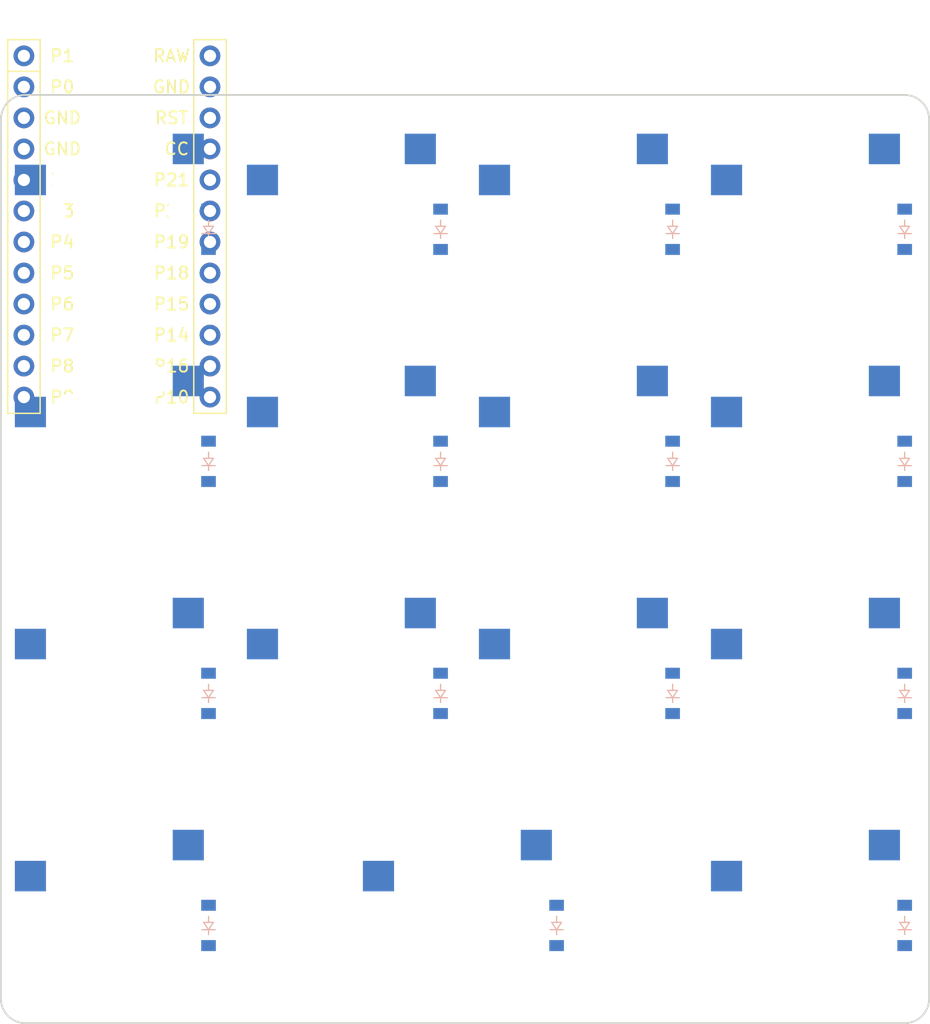
<source format=kicad_pcb>
(kicad_pcb (version 20240108) (generator "ergogen") (generator_version "4.1.0")
  (title_block (title "numpad") (date "2024-12-19") (rev "0.1") (company "jokkess"))
  (layers (0 "F.Cu" signal) (31 "B.Cu" signal) (34 "B.Paste" user) (35 "F.Paste" user) (36 "B.SilkS" user "B.Silkscreen") (37 "F.SilkS" user "F.Silkscreen") (38 "B.Mask" user) (39 "F.Mask" user) (44 "Edge.Cuts" user))
  (net 0 "")
  (net 1 "P1")
  (net 2 "left_bottom")
  (net 3 "GND")
  (net 4 "D1")
  (net 5 "D2")
  (net 6 "left_mid_bottom")
  (net 7 "left_mid_upper")
  (net 8 "left_upper")
  (net 9 "P2")
  (net 10 "mid_left_bottom")
  (net 11 "mid_left_mid_bottom")
  (net 12 "mid_left_mid_upper")
  (net 13 "mid_left_upper")
  (net 14 "P3")
  (net 15 "mid_right_mid_bottom")
  (net 16 "mid_right_mid_upper")
  (net 17 "mid_right_upper")
  (net 18 "P4")
  (net 19 "right_bottom")
  (net 20 "right_mid_bottom")
  (net 21 "right_mid_upper")
  (net 22 "right_upper")
  (net 23 "RAW")
  (net 24 "RST")
  (net 25 "VCC")
  (net 26 "P21")
  (net 27 "P20")
  (net 28 "P19")
  (net 29 "P18")
  (net 30 "P15")
  (net 31 "P14")
  (net 32 "P16")
  (net 33 "P10")
  (net 34 "P0")
  (net 35 "P5")
  (net 36 "P6")
  (net 37 "P7")
  (net 38 "P8")
  (net 39 "P9")
  (net 40 "P101")
  (net 41 "P102")
  (net 42 "P107")
  (net 43 "MCU1_24")
  (net 44 "MCU1_1")
  (net 45 "MCU1_23")
  (net 46 "MCU1_2")
  (net 47 "MCU1_22")
  (net 48 "MCU1_3")
  (net 49 "MCU1_21")
  (net 50 "MCU1_4")
  (net 51 "MCU1_20")
  (net 52 "MCU1_5")
  (net 53 "MCU1_19")
  (net 54 "MCU1_6")
  (net 55 "MCU1_18")
  (net 56 "MCU1_7")
  (net 57 "MCU1_17")
  (net 58 "MCU1_8")
  (net 59 "MCU1_16")
  (net 60 "MCU1_9")
  (net 61 "MCU1_15")
  (net 62 "MCU1_10")
  (net 63 "MCU1_14")
  (net 64 "MCU1_11")
  (net 65 "MCU1_13")
  (net 66 "MCU1_12")
  (footprint "ceoloide:switch_mx" (layer "B.Cu") (at 53 170 0)
    (property "Reference" "S1" hide)
    (pad "" np_thru_hole circle (at 0 0 0) (size 4.1 4.1) (drill 4.1) (layers "*.Cu" "*.Mask"))
    (pad "" np_thru_hole circle (at 5.08 0 0) (size 1.9 1.9) (drill 1.9) (layers "*.Cu" "*.Mask"))
    (pad "" np_thru_hole circle (at -5.08 0 0) (size 1.9 1.9) (drill 1.9) (layers "*.Cu" "*.Mask"))
    (pad "" np_thru_hole circle (at 2.54 -5.08 180) (size 3 3) (drill 3) (layers "F&B.Cu" "*.Mask"))
    (pad "" np_thru_hole circle (at -3.81 -2.54 180) (size 3 3) (drill 3) (layers "F&B.Cu" "*.Mask"))
    (pad "1" smd rect (at -7.085 -2.54 0) (size 2.55 2.5) (layers "B.Cu" "B.Paste" "B.Mask") (net 1 "P1"))
    (pad "2" smd rect (at 5.842 -5.08 0) (size 2.55 2.5) (layers "B.Cu" "B.Paste" "B.Mask") (net 2 "left_bottom"))
  )
  (footprint "ceoloide:switch_mx" (layer "B.Cu") (at 53 151 0)
    (property "Reference" "S2" hide)
    (pad "" np_thru_hole circle (at 0 0 0) (size 4.1 4.1) (drill 4.1) (layers "*.Cu" "*.Mask"))
    (pad "" np_thru_hole circle (at 5.08 0 0) (size 1.9 1.9) (drill 1.9) (layers "*.Cu" "*.Mask"))
    (pad "" np_thru_hole circle (at -5.08 0 0) (size 1.9 1.9) (drill 1.9) (layers "*.Cu" "*.Mask"))
    (pad "" np_thru_hole circle (at 2.54 -5.08 180) (size 3 3) (drill 3) (layers "F&B.Cu" "*.Mask"))
    (pad "" np_thru_hole circle (at -3.81 -2.54 180) (size 3 3) (drill 3) (layers "F&B.Cu" "*.Mask"))
    (pad "1" smd rect (at -7.085 -2.54 0) (size 2.55 2.5) (layers "B.Cu" "B.Paste" "B.Mask") (net 1 "P1"))
    (pad "2" smd rect (at 5.842 -5.08 0) (size 2.55 2.5) (layers "B.Cu" "B.Paste" "B.Mask") (net 6 "left_mid_bottom"))
  )
  (footprint "ceoloide:switch_mx" (layer "B.Cu") (at 53 132 0)
    (property "Reference" "S3" hide)
    (pad "" np_thru_hole circle (at 0 0 0) (size 4.1 4.1) (drill 4.1) (layers "*.Cu" "*.Mask"))
    (pad "" np_thru_hole circle (at 5.08 0 0) (size 1.9 1.9) (drill 1.9) (layers "*.Cu" "*.Mask"))
    (pad "" np_thru_hole circle (at -5.08 0 0) (size 1.9 1.9) (drill 1.9) (layers "*.Cu" "*.Mask"))
    (pad "" np_thru_hole circle (at 2.54 -5.08 180) (size 3 3) (drill 3) (layers "F&B.Cu" "*.Mask"))
    (pad "" np_thru_hole circle (at -3.81 -2.54 180) (size 3 3) (drill 3) (layers "F&B.Cu" "*.Mask"))
    (pad "1" smd rect (at -7.085 -2.54 0) (size 2.55 2.5) (layers "B.Cu" "B.Paste" "B.Mask") (net 1 "P1"))
    (pad "2" smd rect (at 5.842 -5.08 0) (size 2.55 2.5) (layers "B.Cu" "B.Paste" "B.Mask") (net 7 "left_mid_upper"))
  )
  (footprint "ceoloide:switch_mx" (layer "B.Cu") (at 53 113 0)
    (property "Reference" "S4" hide)
    (pad "" np_thru_hole circle (at 0 0 0) (size 4.1 4.1) (drill 4.1) (layers "*.Cu" "*.Mask"))
    (pad "" np_thru_hole circle (at 5.08 0 0) (size 1.9 1.9) (drill 1.9) (layers "*.Cu" "*.Mask"))
    (pad "" np_thru_hole circle (at -5.08 0 0) (size 1.9 1.9) (drill 1.9) (layers "*.Cu" "*.Mask"))
    (pad "" np_thru_hole circle (at 2.54 -5.08 180) (size 3 3) (drill 3) (layers "F&B.Cu" "*.Mask"))
    (pad "" np_thru_hole circle (at -3.81 -2.54 180) (size 3 3) (drill 3) (layers "F&B.Cu" "*.Mask"))
    (pad "1" smd rect (at -7.085 -2.54 0) (size 2.55 2.5) (layers "B.Cu" "B.Paste" "B.Mask") (net 1 "P1"))
    (pad "2" smd rect (at 5.842 -5.08 0) (size 2.55 2.5) (layers "B.Cu" "B.Paste" "B.Mask") (net 8 "left_upper"))
  )
  (footprint "ceoloide:switch_mx" (layer "B.Cu") (at 81.5 170 0)
    (property "Reference" "S5" hide)
    (pad "" np_thru_hole circle (at 0 0 0) (size 4.1 4.1) (drill 4.1) (layers "*.Cu" "*.Mask"))
    (pad "" np_thru_hole circle (at 5.08 0 0) (size 1.9 1.9) (drill 1.9) (layers "*.Cu" "*.Mask"))
    (pad "" np_thru_hole circle (at -5.08 0 0) (size 1.9 1.9) (drill 1.9) (layers "*.Cu" "*.Mask"))
    (pad "" np_thru_hole circle (at 2.54 -5.08 180) (size 3 3) (drill 3) (layers "F&B.Cu" "*.Mask"))
    (pad "" np_thru_hole circle (at -3.81 -2.54 180) (size 3 3) (drill 3) (layers "F&B.Cu" "*.Mask"))
    (pad "1" smd rect (at -7.085 -2.54 0) (size 2.55 2.5) (layers "B.Cu" "B.Paste" "B.Mask") (net 9 "P2"))
    (pad "2" smd rect (at 5.842 -5.08 0) (size 2.55 2.5) (layers "B.Cu" "B.Paste" "B.Mask") (net 10 "mid_left_bottom"))
  )
  (footprint "ceoloide:switch_mx" (layer "B.Cu") (at 72 151 0)
    (property "Reference" "S6" hide)
    (pad "" np_thru_hole circle (at 0 0 0) (size 4.1 4.1) (drill 4.1) (layers "*.Cu" "*.Mask"))
    (pad "" np_thru_hole circle (at 5.08 0 0) (size 1.9 1.9) (drill 1.9) (layers "*.Cu" "*.Mask"))
    (pad "" np_thru_hole circle (at -5.08 0 0) (size 1.9 1.9) (drill 1.9) (layers "*.Cu" "*.Mask"))
    (pad "" np_thru_hole circle (at 2.54 -5.08 180) (size 3 3) (drill 3) (layers "F&B.Cu" "*.Mask"))
    (pad "" np_thru_hole circle (at -3.81 -2.54 180) (size 3 3) (drill 3) (layers "F&B.Cu" "*.Mask"))
    (pad "1" smd rect (at -7.085 -2.54 0) (size 2.55 2.5) (layers "B.Cu" "B.Paste" "B.Mask") (net 9 "P2"))
    (pad "2" smd rect (at 5.842 -5.08 0) (size 2.55 2.5) (layers "B.Cu" "B.Paste" "B.Mask") (net 11 "mid_left_mid_bottom"))
  )
  (footprint "ceoloide:switch_mx" (layer "B.Cu") (at 72 132 0)
    (property "Reference" "S7" hide)
    (pad "" np_thru_hole circle (at 0 0 0) (size 4.1 4.1) (drill 4.1) (layers "*.Cu" "*.Mask"))
    (pad "" np_thru_hole circle (at 5.08 0 0) (size 1.9 1.9) (drill 1.9) (layers "*.Cu" "*.Mask"))
    (pad "" np_thru_hole circle (at -5.08 0 0) (size 1.9 1.9) (drill 1.9) (layers "*.Cu" "*.Mask"))
    (pad "" np_thru_hole circle (at 2.54 -5.08 180) (size 3 3) (drill 3) (layers "F&B.Cu" "*.Mask"))
    (pad "" np_thru_hole circle (at -3.81 -2.54 180) (size 3 3) (drill 3) (layers "F&B.Cu" "*.Mask"))
    (pad "1" smd rect (at -7.085 -2.54 0) (size 2.55 2.5) (layers "B.Cu" "B.Paste" "B.Mask") (net 9 "P2"))
    (pad "2" smd rect (at 5.842 -5.08 0) (size 2.55 2.5) (layers "B.Cu" "B.Paste" "B.Mask") (net 12 "mid_left_mid_upper"))
  )
  (footprint "ceoloide:switch_mx" (layer "B.Cu") (at 72 113 0)
    (property "Reference" "S8" hide)
    (pad "" np_thru_hole circle (at 0 0 0) (size 4.1 4.1) (drill 4.1) (layers "*.Cu" "*.Mask"))
    (pad "" np_thru_hole circle (at 5.08 0 0) (size 1.9 1.9) (drill 1.9) (layers "*.Cu" "*.Mask"))
    (pad "" np_thru_hole circle (at -5.08 0 0) (size 1.9 1.9) (drill 1.9) (layers "*.Cu" "*.Mask"))
    (pad "" np_thru_hole circle (at 2.54 -5.08 180) (size 3 3) (drill 3) (layers "F&B.Cu" "*.Mask"))
    (pad "" np_thru_hole circle (at -3.81 -2.54 180) (size 3 3) (drill 3) (layers "F&B.Cu" "*.Mask"))
    (pad "1" smd rect (at -7.085 -2.54 0) (size 2.55 2.5) (layers "B.Cu" "B.Paste" "B.Mask") (net 9 "P2"))
    (pad "2" smd rect (at 5.842 -5.08 0) (size 2.55 2.5) (layers "B.Cu" "B.Paste" "B.Mask") (net 13 "mid_left_upper"))
  )
  (footprint "ceoloide:switch_mx" (layer "B.Cu") (at 91 151 0)
    (property "Reference" "S9" hide)
    (pad "" np_thru_hole circle (at 0 0 0) (size 4.1 4.1) (drill 4.1) (layers "*.Cu" "*.Mask"))
    (pad "" np_thru_hole circle (at 5.08 0 0) (size 1.9 1.9) (drill 1.9) (layers "*.Cu" "*.Mask"))
    (pad "" np_thru_hole circle (at -5.08 0 0) (size 1.9 1.9) (drill 1.9) (layers "*.Cu" "*.Mask"))
    (pad "" np_thru_hole circle (at 2.54 -5.08 180) (size 3 3) (drill 3) (layers "F&B.Cu" "*.Mask"))
    (pad "" np_thru_hole circle (at -3.81 -2.54 180) (size 3 3) (drill 3) (layers "F&B.Cu" "*.Mask"))
    (pad "1" smd rect (at -7.085 -2.54 0) (size 2.55 2.5) (layers "B.Cu" "B.Paste" "B.Mask") (net 14 "P3"))
    (pad "2" smd rect (at 5.842 -5.08 0) (size 2.55 2.5) (layers "B.Cu" "B.Paste" "B.Mask") (net 15 "mid_right_mid_bottom"))
  )
  (footprint "ceoloide:switch_mx" (layer "B.Cu") (at 91 132 0)
    (property "Reference" "S10" hide)
    (pad "" np_thru_hole circle (at 0 0 0) (size 4.1 4.1) (drill 4.1) (layers "*.Cu" "*.Mask"))
    (pad "" np_thru_hole circle (at 5.08 0 0) (size 1.9 1.9) (drill 1.9) (layers "*.Cu" "*.Mask"))
    (pad "" np_thru_hole circle (at -5.08 0 0) (size 1.9 1.9) (drill 1.9) (layers "*.Cu" "*.Mask"))
    (pad "" np_thru_hole circle (at 2.54 -5.08 180) (size 3 3) (drill 3) (layers "F&B.Cu" "*.Mask"))
    (pad "" np_thru_hole circle (at -3.81 -2.54 180) (size 3 3) (drill 3) (layers "F&B.Cu" "*.Mask"))
    (pad "1" smd rect (at -7.085 -2.54 0) (size 2.55 2.5) (layers "B.Cu" "B.Paste" "B.Mask") (net 14 "P3"))
    (pad "2" smd rect (at 5.842 -5.08 0) (size 2.55 2.5) (layers "B.Cu" "B.Paste" "B.Mask") (net 16 "mid_right_mid_upper"))
  )
  (footprint "ceoloide:switch_mx" (layer "B.Cu") (at 91 113 0)
    (property "Reference" "S11" hide)
    (pad "" np_thru_hole circle (at 0 0 0) (size 4.1 4.1) (drill 4.1) (layers "*.Cu" "*.Mask"))
    (pad "" np_thru_hole circle (at 5.08 0 0) (size 1.9 1.9) (drill 1.9) (layers "*.Cu" "*.Mask"))
    (pad "" np_thru_hole circle (at -5.08 0 0) (size 1.9 1.9) (drill 1.9) (layers "*.Cu" "*.Mask"))
    (pad "" np_thru_hole circle (at 2.54 -5.08 180) (size 3 3) (drill 3) (layers "F&B.Cu" "*.Mask"))
    (pad "" np_thru_hole circle (at -3.81 -2.54 180) (size 3 3) (drill 3) (layers "F&B.Cu" "*.Mask"))
    (pad "1" smd rect (at -7.085 -2.54 0) (size 2.55 2.5) (layers "B.Cu" "B.Paste" "B.Mask") (net 14 "P3"))
    (pad "2" smd rect (at 5.842 -5.08 0) (size 2.55 2.5) (layers "B.Cu" "B.Paste" "B.Mask") (net 17 "mid_right_upper"))
  )
  (footprint "ceoloide:switch_mx" (layer "B.Cu") (at 110 170 0)
    (property "Reference" "S12" hide)
    (pad "" np_thru_hole circle (at 0 0 0) (size 4.1 4.1) (drill 4.1) (layers "*.Cu" "*.Mask"))
    (pad "" np_thru_hole circle (at 5.08 0 0) (size 1.9 1.9) (drill 1.9) (layers "*.Cu" "*.Mask"))
    (pad "" np_thru_hole circle (at -5.08 0 0) (size 1.9 1.9) (drill 1.9) (layers "*.Cu" "*.Mask"))
    (pad "" np_thru_hole circle (at 2.54 -5.08 180) (size 3 3) (drill 3) (layers "F&B.Cu" "*.Mask"))
    (pad "" np_thru_hole circle (at -3.81 -2.54 180) (size 3 3) (drill 3) (layers "F&B.Cu" "*.Mask"))
    (pad "1" smd rect (at -7.085 -2.54 0) (size 2.55 2.5) (layers "B.Cu" "B.Paste" "B.Mask") (net 18 "P4"))
    (pad "2" smd rect (at 5.842 -5.08 0) (size 2.55 2.5) (layers "B.Cu" "B.Paste" "B.Mask") (net 19 "right_bottom"))
  )
  (footprint "ceoloide:switch_mx" (layer "B.Cu") (at 110 151 0)
    (property "Reference" "S13" hide)
    (pad "" np_thru_hole circle (at 0 0 0) (size 4.1 4.1) (drill 4.1) (layers "*.Cu" "*.Mask"))
    (pad "" np_thru_hole circle (at 5.08 0 0) (size 1.9 1.9) (drill 1.9) (layers "*.Cu" "*.Mask"))
    (pad "" np_thru_hole circle (at -5.08 0 0) (size 1.9 1.9) (drill 1.9) (layers "*.Cu" "*.Mask"))
    (pad "" np_thru_hole circle (at 2.54 -5.08 180) (size 3 3) (drill 3) (layers "F&B.Cu" "*.Mask"))
    (pad "" np_thru_hole circle (at -3.81 -2.54 180) (size 3 3) (drill 3) (layers "F&B.Cu" "*.Mask"))
    (pad "1" smd rect (at -7.085 -2.54 0) (size 2.55 2.5) (layers "B.Cu" "B.Paste" "B.Mask") (net 18 "P4"))
    (pad "2" smd rect (at 5.842 -5.08 0) (size 2.55 2.5) (layers "B.Cu" "B.Paste" "B.Mask") (net 20 "right_mid_bottom"))
  )
  (footprint "ceoloide:switch_mx" (layer "B.Cu") (at 110 132 0)
    (property "Reference" "S14" hide)
    (pad "" np_thru_hole circle (at 0 0 0) (size 4.1 4.1) (drill 4.1) (layers "*.Cu" "*.Mask"))
    (pad "" np_thru_hole circle (at 5.08 0 0) (size 1.9 1.9) (drill 1.9) (layers "*.Cu" "*.Mask"))
    (pad "" np_thru_hole circle (at -5.08 0 0) (size 1.9 1.9) (drill 1.9) (layers "*.Cu" "*.Mask"))
    (pad "" np_thru_hole circle (at 2.54 -5.08 180) (size 3 3) (drill 3) (layers "F&B.Cu" "*.Mask"))
    (pad "" np_thru_hole circle (at -3.81 -2.54 180) (size 3 3) (drill 3) (layers "F&B.Cu" "*.Mask"))
    (pad "1" smd rect (at -7.085 -2.54 0) (size 2.55 2.5) (layers "B.Cu" "B.Paste" "B.Mask") (net 18 "P4"))
    (pad "2" smd rect (at 5.842 -5.08 0) (size 2.55 2.5) (layers "B.Cu" "B.Paste" "B.Mask") (net 21 "right_mid_upper"))
  )
  (footprint "ceoloide:switch_mx" (layer "B.Cu") (at 110 113 0)
    (property "Reference" "S15" hide)
    (pad "" np_thru_hole circle (at 0 0 0) (size 4.1 4.1) (drill 4.1) (layers "*.Cu" "*.Mask"))
    (pad "" np_thru_hole circle (at 5.08 0 0) (size 1.9 1.9) (drill 1.9) (layers "*.Cu" "*.Mask"))
    (pad "" np_thru_hole circle (at -5.08 0 0) (size 1.9 1.9) (drill 1.9) (layers "*.Cu" "*.Mask"))
    (pad "" np_thru_hole circle (at 2.54 -5.08 180) (size 3 3) (drill 3) (layers "F&B.Cu" "*.Mask"))
    (pad "" np_thru_hole circle (at -3.81 -2.54 180) (size 3 3) (drill 3) (layers "F&B.Cu" "*.Mask"))
    (pad "1" smd rect (at -7.085 -2.54 0) (size 2.55 2.5) (layers "B.Cu" "B.Paste" "B.Mask") (net 18 "P4"))
    (pad "2" smd rect (at 5.842 -5.08 0) (size 2.55 2.5) (layers "B.Cu" "B.Paste" "B.Mask") (net 22 "right_upper"))
  )
  (footprint "ceoloide:mcu_supermini_nrf52840" (layer "F.Cu") (at 53 113 0)
    (property "Reference" "MCU1" hide)
    (pad "24" thru_hole circle (at -7.62 -12.7 0) (size 1.7 1.7) (drill 1) (layers "*.Cu" "*.Mask") (net 1 "P1"))
    (pad "1" thru_hole circle (at 7.62 -12.7 0) (size 1.7 1.7) (drill 1) (layers "*.Cu" "*.Mask") (net 23 "RAW"))
    (fp_text user "P1" (at -4.47 -12.7 0) (layer "F.SilkS"))
    (fp_text user "RAW" (at 4.47 -12.7 0) (layer "F.SilkS"))
    (pad "23" thru_hole circle (at -7.62 -10.16 0) (size 1.7 1.7) (drill 1) (layers "*.Cu" "*.Mask") (net 34 "P0"))
    (pad "2" thru_hole circle (at 7.62 -10.16 0) (size 1.7 1.7) (drill 1) (layers "*.Cu" "*.Mask") (net 3 "GND"))
    (fp_text user "P0" (at -4.47 -10.16 0) (layer "F.SilkS"))
    (fp_text user "GND" (at 4.47 -10.16 0) (layer "F.SilkS"))
    (pad "22" thru_hole circle (at -7.62 -7.619999999999999 0) (size 1.7 1.7) (drill 1) (layers "*.Cu" "*.Mask") (net 3 "GND"))
    (pad "3" thru_hole circle (at 7.62 -7.619999999999999 0) (size 1.7 1.7) (drill 1) (layers "*.Cu" "*.Mask") (net 24 "RST"))
    (fp_text user "GND" (at -4.47 -7.619999999999999 0) (layer "F.SilkS"))
    (fp_text user "RST" (at 4.47 -7.619999999999999 0) (layer "F.SilkS"))
    (pad "21" thru_hole circle (at -7.62 -5.079999999999999 0) (size 1.7 1.7) (drill 1) (layers "*.Cu" "*.Mask") (net 3 "GND"))
    (pad "4" thru_hole circle (at 7.62 -5.079999999999999 0) (size 1.7 1.7) (drill 1) (layers "*.Cu" "*.Mask") (net 25 "VCC"))
    (fp_text user "GND" (at -4.47 -5.079999999999999 0) (layer "F.SilkS"))
    (fp_text user "VCC" (at 4.47 -5.079999999999999 0) (layer "F.SilkS"))
    (pad "20" thru_hole circle (at -7.62 -2.539999999999999 0) (size 1.7 1.7) (drill 1) (layers "*.Cu" "*.Mask") (net 9 "P2"))
    (pad "5" thru_hole circle (at 7.62 -2.539999999999999 0) (size 1.7 1.7) (drill 1) (layers "*.Cu" "*.Mask") (net 26 "P21"))
    (fp_text user "P2" (at -4.47 -2.539999999999999 0) (layer "F.SilkS"))
    (fp_text user "P21" (at 4.47 -2.539999999999999 0) (layer "F.SilkS"))
    (pad "19" thru_hole circle (at -7.62 0 0) (size 1.7 1.7) (drill 1) (layers "*.Cu" "*.Mask") (net 14 "P3"))
    (pad "6" thru_hole circle (at 7.62 0 0) (size 1.7 1.7) (drill 1) (layers "*.Cu" "*.Mask") (net 27 "P20"))
    (fp_text user "P3" (at -4.47 0 0) (layer "F.SilkS"))
    (fp_text user "P20" (at 4.47 0 0) (layer "F.SilkS"))
    (pad "18" thru_hole circle (at -7.62 2.540000000000001 0) (size 1.7 1.7) (drill 1) (layers "*.Cu" "*.Mask") (net 18 "P4"))
    (pad "7" thru_hole circle (at 7.62 2.540000000000001 0) (size 1.7 1.7) (drill 1) (layers "*.Cu" "*.Mask") (net 28 "P19"))
    (fp_text user "P4" (at -4.47 2.540000000000001 0) (layer "F.SilkS"))
    (fp_text user "P19" (at 4.47 2.540000000000001 0) (layer "F.SilkS"))
    (pad "17" thru_hole circle (at -7.62 5.080000000000002 0) (size 1.7 1.7) (drill 1) (layers "*.Cu" "*.Mask") (net 35 "P5"))
    (pad "8" thru_hole circle (at 7.62 5.080000000000002 0) (size 1.7 1.7) (drill 1) (layers "*.Cu" "*.Mask") (net 29 "P18"))
    (fp_text user "P5" (at -4.47 5.080000000000002 0) (layer "F.SilkS"))
    (fp_text user "P18" (at 4.47 5.080000000000002 0) (layer "F.SilkS"))
    (pad "16" thru_hole circle (at -7.62 7.620000000000001 0) (size 1.7 1.7) (drill 1) (layers "*.Cu" "*.Mask") (net 36 "P6"))
    (pad "9" thru_hole circle (at 7.62 7.620000000000001 0) (size 1.7 1.7) (drill 1) (layers "*.Cu" "*.Mask") (net 30 "P15"))
    (fp_text user "P6" (at -4.47 7.620000000000001 0) (layer "F.SilkS"))
    (fp_text user "P15" (at 4.47 7.620000000000001 0) (layer "F.SilkS"))
    (pad "15" thru_hole circle (at -7.62 10.16 0) (size 1.7 1.7) (drill 1) (layers "*.Cu" "*.Mask") (net 37 "P7"))
    (pad "10" thru_hole circle (at 7.62 10.16 0) (size 1.7 1.7) (drill 1) (layers "*.Cu" "*.Mask") (net 31 "P14"))
    (fp_text user "P7" (at -4.47 10.16 0) (layer "F.SilkS"))
    (fp_text user "P14" (at 4.47 10.16 0) (layer "F.SilkS"))
    (pad "14" thru_hole circle (at -7.62 12.7 0) (size 1.7 1.7) (drill 1) (layers "*.Cu" "*.Mask") (net 38 "P8"))
    (pad "11" thru_hole circle (at 7.62 12.7 0) (size 1.7 1.7) (drill 1) (layers "*.Cu" "*.Mask") (net 32 "P16"))
    (fp_text user "P8" (at -4.47 12.7 0) (layer "F.SilkS"))
    (fp_text user "P16" (at 4.47 12.7 0) (layer "F.SilkS"))
    (pad "13" thru_hole circle (at -7.62 15.240000000000002 0) (size 1.7 1.7) (drill 1) (layers "*.Cu" "*.Mask") (net 39 "P9"))
    (pad "12" thru_hole circle (at 7.62 15.240000000000002 0) (size 1.7 1.7) (drill 1) (layers "*.Cu" "*.Mask") (net 33 "P10"))
    (fp_text user "P9" (at -4.47 15.240000000000002 0) (layer "F.SilkS"))
    (fp_text user "P10" (at 4.47 15.240000000000002 0) (layer "F.SilkS"))
    (fp_line (start 6.29 -14.03) (end 8.95 -14.03) (layer "F.SilkS") (stroke (width 0.12)))
    (fp_line (start 6.29 -14.03) (end 6.29 16.57) (layer "F.SilkS") (stroke (width 0.12)))
    (fp_line (start 6.29 16.57) (end 8.95 16.57) (layer "F.SilkS") (stroke (width 0.12)))
    (fp_line (start -6.29 -14.03) (end -6.29 16.57) (layer "F.SilkS") (stroke (width 0.12)))
    (fp_line (start 8.95 -14.03) (end 8.95 16.57) (layer "F.SilkS") (stroke (width 0.12)))
    (fp_line (start -8.95 -14.03) (end -6.29 -14.03) (layer "F.SilkS") (stroke (width 0.12)))
    (fp_line (start -8.95 -14.03) (end -8.95 16.57) (layer "F.SilkS") (stroke (width 0.12)))
    (fp_line (start -8.95 16.57) (end -6.29 16.57) (layer "F.SilkS") (stroke (width 0.12)))
    (fp_line (start -6.29 -11.43) (end -8.95 -11.43) (layer "F.SilkS") (stroke (width 0.12)))
  )
  (footprint "ceoloide:diode_tht_sod123" (layer "B.Cu") (at 60.5 171.5 90)
    (property "Reference" "D1" hide)
    (fp_line (start 0.25 0) (end 0.75 0) (layer "B.SilkS") (stroke (width 0.1)))
    (fp_line (start 0.25 0.4) (end -0.35 0) (layer "B.SilkS") (stroke (width 0.1)))
    (fp_line (start 0.25 -0.4) (end 0.25 0.4) (layer "B.SilkS") (stroke (width 0.1)))
    (fp_line (start -0.35 0) (end 0.25 -0.4) (layer "B.SilkS") (stroke (width 0.1)))
    (fp_line (start -0.35 0) (end -0.35 0.55) (layer "B.SilkS") (stroke (width 0.1)))
    (fp_line (start -0.35 0) (end -0.35 -0.55) (layer "B.SilkS") (stroke (width 0.1)))
    (fp_line (start -0.75 0) (end -0.35 0) (layer "B.SilkS") (stroke (width 0.1)))
    (pad "2" smd rect (at 1.65 0 90) (size 0.9 1.2) (layers "B.Cu" "B.Paste" "B.Mask") (net 2 "left_bottom"))
    (pad "1" smd rect (at -1.65 0 90) (size 0.9 1.2) (layers "B.Cu" "B.Paste" "B.Mask") (net 35 "P5"))
  )
  (footprint "ceoloide:diode_tht_sod123" (layer "B.Cu") (at 60.5 152.5 90)
    (property "Reference" "D2" hide)
    (fp_line (start 0.25 0) (end 0.75 0) (layer "B.SilkS") (stroke (width 0.1)))
    (fp_line (start 0.25 0.4) (end -0.35 0) (layer "B.SilkS") (stroke (width 0.1)))
    (fp_line (start 0.25 -0.4) (end 0.25 0.4) (layer "B.SilkS") (stroke (width 0.1)))
    (fp_line (start -0.35 0) (end 0.25 -0.4) (layer "B.SilkS") (stroke (width 0.1)))
    (fp_line (start -0.35 0) (end -0.35 0.55) (layer "B.SilkS") (stroke (width 0.1)))
    (fp_line (start -0.35 0) (end -0.35 -0.55) (layer "B.SilkS") (stroke (width 0.1)))
    (fp_line (start -0.75 0) (end -0.35 0) (layer "B.SilkS") (stroke (width 0.1)))
    (pad "2" smd rect (at 1.65 0 90) (size 0.9 1.2) (layers "B.Cu" "B.Paste" "B.Mask") (net 6 "left_mid_bottom"))
    (pad "1" smd rect (at -1.65 0 90) (size 0.9 1.2) (layers "B.Cu" "B.Paste" "B.Mask") (net 36 "P6"))
  )
  (footprint "ceoloide:diode_tht_sod123" (layer "B.Cu") (at 60.5 133.5 90)
    (property "Reference" "D3" hide)
    (fp_line (start 0.25 0) (end 0.75 0) (layer "B.SilkS") (stroke (width 0.1)))
    (fp_line (start 0.25 0.4) (end -0.35 0) (layer "B.SilkS") (stroke (width 0.1)))
    (fp_line (start 0.25 -0.4) (end 0.25 0.4) (layer "B.SilkS") (stroke (width 0.1)))
    (fp_line (start -0.35 0) (end 0.25 -0.4) (layer "B.SilkS") (stroke (width 0.1)))
    (fp_line (start -0.35 0) (end -0.35 0.55) (layer "B.SilkS") (stroke (width 0.1)))
    (fp_line (start -0.35 0) (end -0.35 -0.55) (layer "B.SilkS") (stroke (width 0.1)))
    (fp_line (start -0.75 0) (end -0.35 0) (layer "B.SilkS") (stroke (width 0.1)))
    (pad "2" smd rect (at 1.65 0 90) (size 0.9 1.2) (layers "B.Cu" "B.Paste" "B.Mask") (net 7 "left_mid_upper"))
    (pad "1" smd rect (at -1.65 0 90) (size 0.9 1.2) (layers "B.Cu" "B.Paste" "B.Mask") (net 37 "P7"))
  )
  (footprint "ceoloide:diode_tht_sod123" (layer "B.Cu") (at 60.5 114.5 90)
    (property "Reference" "D4" hide)
    (fp_line (start 0.25 0) (end 0.75 0) (layer "B.SilkS") (stroke (width 0.1)))
    (fp_line (start 0.25 0.4) (end -0.35 0) (layer "B.SilkS") (stroke (width 0.1)))
    (fp_line (start 0.25 -0.4) (end 0.25 0.4) (layer "B.SilkS") (stroke (width 0.1)))
    (fp_line (start -0.35 0) (end 0.25 -0.4) (layer "B.SilkS") (stroke (width 0.1)))
    (fp_line (start -0.35 0) (end -0.35 0.55) (layer "B.SilkS") (stroke (width 0.1)))
    (fp_line (start -0.35 0) (end -0.35 -0.55) (layer "B.SilkS") (stroke (width 0.1)))
    (fp_line (start -0.75 0) (end -0.35 0) (layer "B.SilkS") (stroke (width 0.1)))
    (pad "2" smd rect (at 1.65 0 90) (size 0.9 1.2) (layers "B.Cu" "B.Paste" "B.Mask") (net 8 "left_upper"))
    (pad "1" smd rect (at -1.65 0 90) (size 0.9 1.2) (layers "B.Cu" "B.Paste" "B.Mask") (net 38 "P8"))
  )
  (footprint "ceoloide:diode_tht_sod123" (layer "B.Cu") (at 89 171.5 90)
    (property "Reference" "D5" hide)
    (fp_line (start 0.25 0) (end 0.75 0) (layer "B.SilkS") (stroke (width 0.1)))
    (fp_line (start 0.25 0.4) (end -0.35 0) (layer "B.SilkS") (stroke (width 0.1)))
    (fp_line (start 0.25 -0.4) (end 0.25 0.4) (layer "B.SilkS") (stroke (width 0.1)))
    (fp_line (start -0.35 0) (end 0.25 -0.4) (layer "B.SilkS") (stroke (width 0.1)))
    (fp_line (start -0.35 0) (end -0.35 0.55) (layer "B.SilkS") (stroke (width 0.1)))
    (fp_line (start -0.35 0) (end -0.35 -0.55) (layer "B.SilkS") (stroke (width 0.1)))
    (fp_line (start -0.75 0) (end -0.35 0) (layer "B.SilkS") (stroke (width 0.1)))
    (pad "2" smd rect (at 1.65 0 90) (size 0.9 1.2) (layers "B.Cu" "B.Paste" "B.Mask") (net 10 "mid_left_bottom"))
    (pad "1" smd rect (at -1.65 0 90) (size 0.9 1.2) (layers "B.Cu" "B.Paste" "B.Mask") (net 35 "P5"))
  )
  (footprint "ceoloide:diode_tht_sod123" (layer "B.Cu") (at 79.5 152.5 90)
    (property "Reference" "D6" hide)
    (fp_line (start 0.25 0) (end 0.75 0) (layer "B.SilkS") (stroke (width 0.1)))
    (fp_line (start 0.25 0.4) (end -0.35 0) (layer "B.SilkS") (stroke (width 0.1)))
    (fp_line (start 0.25 -0.4) (end 0.25 0.4) (layer "B.SilkS") (stroke (width 0.1)))
    (fp_line (start -0.35 0) (end 0.25 -0.4) (layer "B.SilkS") (stroke (width 0.1)))
    (fp_line (start -0.35 0) (end -0.35 0.55) (layer "B.SilkS") (stroke (width 0.1)))
    (fp_line (start -0.35 0) (end -0.35 -0.55) (layer "B.SilkS") (stroke (width 0.1)))
    (fp_line (start -0.75 0) (end -0.35 0) (layer "B.SilkS") (stroke (width 0.1)))
    (pad "2" smd rect (at 1.65 0 90) (size 0.9 1.2) (layers "B.Cu" "B.Paste" "B.Mask") (net 11 "mid_left_mid_bottom"))
    (pad "1" smd rect (at -1.65 0 90) (size 0.9 1.2) (layers "B.Cu" "B.Paste" "B.Mask") (net 36 "P6"))
  )
  (footprint "ceoloide:diode_tht_sod123" (layer "B.Cu") (at 79.5 133.5 90)
    (property "Reference" "D7" hide)
    (fp_line (start 0.25 0) (end 0.75 0) (layer "B.SilkS") (stroke (width 0.1)))
    (fp_line (start 0.25 0.4) (end -0.35 0) (layer "B.SilkS") (stroke (width 0.1)))
    (fp_line (start 0.25 -0.4) (end 0.25 0.4) (layer "B.SilkS") (stroke (width 0.1)))
    (fp_line (start -0.35 0) (end 0.25 -0.4) (layer "B.SilkS") (stroke (width 0.1)))
    (fp_line (start -0.35 0) (end -0.35 0.55) (layer "B.SilkS") (stroke (width 0.1)))
    (fp_line (start -0.35 0) (end -0.35 -0.55) (layer "B.SilkS") (stroke (width 0.1)))
    (fp_line (start -0.75 0) (end -0.35 0) (layer "B.SilkS") (stroke (width 0.1)))
    (pad "2" smd rect (at 1.65 0 90) (size 0.9 1.2) (layers "B.Cu" "B.Paste" "B.Mask") (net 12 "mid_left_mid_upper"))
    (pad "1" smd rect (at -1.65 0 90) (size 0.9 1.2) (layers "B.Cu" "B.Paste" "B.Mask") (net 37 "P7"))
  )
  (footprint "ceoloide:diode_tht_sod123" (layer "B.Cu") (at 79.5 114.5 90)
    (property "Reference" "D8" hide)
    (fp_line (start 0.25 0) (end 0.75 0) (layer "B.SilkS") (stroke (width 0.1)))
    (fp_line (start 0.25 0.4) (end -0.35 0) (layer "B.SilkS") (stroke (width 0.1)))
    (fp_line (start 0.25 -0.4) (end 0.25 0.4) (layer "B.SilkS") (stroke (width 0.1)))
    (fp_line (start -0.35 0) (end 0.25 -0.4) (layer "B.SilkS") (stroke (width 0.1)))
    (fp_line (start -0.35 0) (end -0.35 0.55) (layer "B.SilkS") (stroke (width 0.1)))
    (fp_line (start -0.35 0) (end -0.35 -0.55) (layer "B.SilkS") (stroke (width 0.1)))
    (fp_line (start -0.75 0) (end -0.35 0) (layer "B.SilkS") (stroke (width 0.1)))
    (pad "2" smd rect (at 1.65 0 90) (size 0.9 1.2) (layers "B.Cu" "B.Paste" "B.Mask") (net 13 "mid_left_upper"))
    (pad "1" smd rect (at -1.65 0 90) (size 0.9 1.2) (layers "B.Cu" "B.Paste" "B.Mask") (net 38 "P8"))
  )
  (footprint "ceoloide:diode_tht_sod123" (layer "B.Cu") (at 98.5 152.5 90)
    (property "Reference" "D9" hide)
    (fp_line (start 0.25 0) (end 0.75 0) (layer "B.SilkS") (stroke (width 0.1)))
    (fp_line (start 0.25 0.4) (end -0.35 0) (layer "B.SilkS") (stroke (width 0.1)))
    (fp_line (start 0.25 -0.4) (end 0.25 0.4) (layer "B.SilkS") (stroke (width 0.1)))
    (fp_line (start -0.35 0) (end 0.25 -0.4) (layer "B.SilkS") (stroke (width 0.1)))
    (fp_line (start -0.35 0) (end -0.35 0.55) (layer "B.SilkS") (stroke (width 0.1)))
    (fp_line (start -0.35 0) (end -0.35 -0.55) (layer "B.SilkS") (stroke (width 0.1)))
    (fp_line (start -0.75 0) (end -0.35 0) (layer "B.SilkS") (stroke (width 0.1)))
    (pad "2" smd rect (at 1.65 0 90) (size 0.9 1.2) (layers "B.Cu" "B.Paste" "B.Mask") (net 15 "mid_right_mid_bottom"))
    (pad "1" smd rect (at -1.65 0 90) (size 0.9 1.2) (layers "B.Cu" "B.Paste" "B.Mask") (net 36 "P6"))
  )
  (footprint "ceoloide:diode_tht_sod123" (layer "B.Cu") (at 98.5 133.5 90)
    (property "Reference" "D10" hide)
    (fp_line (start 0.25 0) (end 0.75 0) (layer "B.SilkS") (stroke (width 0.1)))
    (fp_line (start 0.25 0.4) (end -0.35 0) (layer "B.SilkS") (stroke (width 0.1)))
    (fp_line (start 0.25 -0.4) (end 0.25 0.4) (layer "B.SilkS") (stroke (width 0.1)))
    (fp_line (start -0.35 0) (end 0.25 -0.4) (layer "B.SilkS") (stroke (width 0.1)))
    (fp_line (start -0.35 0) (end -0.35 0.55) (layer "B.SilkS") (stroke (width 0.1)))
    (fp_line (start -0.35 0) (end -0.35 -0.55) (layer "B.SilkS") (stroke (width 0.1)))
    (fp_line (start -0.75 0) (end -0.35 0) (layer "B.SilkS") (stroke (width 0.1)))
    (pad "2" smd rect (at 1.65 0 90) (size 0.9 1.2) (layers "B.Cu" "B.Paste" "B.Mask") (net 16 "mid_right_mid_upper"))
    (pad "1" smd rect (at -1.65 0 90) (size 0.9 1.2) (layers "B.Cu" "B.Paste" "B.Mask") (net 37 "P7"))
  )
  (footprint "ceoloide:diode_tht_sod123" (layer "B.Cu") (at 98.5 114.5 90)
    (property "Reference" "D11" hide)
    (fp_line (start 0.25 0) (end 0.75 0) (layer "B.SilkS") (stroke (width 0.1)))
    (fp_line (start 0.25 0.4) (end -0.35 0) (layer "B.SilkS") (stroke (width 0.1)))
    (fp_line (start 0.25 -0.4) (end 0.25 0.4) (layer "B.SilkS") (stroke (width 0.1)))
    (fp_line (start -0.35 0) (end 0.25 -0.4) (layer "B.SilkS") (stroke (width 0.1)))
    (fp_line (start -0.35 0) (end -0.35 0.55) (layer "B.SilkS") (stroke (width 0.1)))
    (fp_line (start -0.35 0) (end -0.35 -0.55) (layer "B.SilkS") (stroke (width 0.1)))
    (fp_line (start -0.75 0) (end -0.35 0) (layer "B.SilkS") (stroke (width 0.1)))
    (pad "2" smd rect (at 1.65 0 90) (size 0.9 1.2) (layers "B.Cu" "B.Paste" "B.Mask") (net 17 "mid_right_upper"))
    (pad "1" smd rect (at -1.65 0 90) (size 0.9 1.2) (layers "B.Cu" "B.Paste" "B.Mask") (net 38 "P8"))
  )
  (footprint "ceoloide:diode_tht_sod123" (layer "B.Cu") (at 117.5 171.5 90)
    (property "Reference" "D12" hide)
    (fp_line (start 0.25 0) (end 0.75 0) (layer "B.SilkS") (stroke (width 0.1)))
    (fp_line (start 0.25 0.4) (end -0.35 0) (layer "B.SilkS") (stroke (width 0.1)))
    (fp_line (start 0.25 -0.4) (end 0.25 0.4) (layer "B.SilkS") (stroke (width 0.1)))
    (fp_line (start -0.35 0) (end 0.25 -0.4) (layer "B.SilkS") (stroke (width 0.1)))
    (fp_line (start -0.35 0) (end -0.35 0.55) (layer "B.SilkS") (stroke (width 0.1)))
    (fp_line (start -0.35 0) (end -0.35 -0.55) (layer "B.SilkS") (stroke (width 0.1)))
    (fp_line (start -0.75 0) (end -0.35 0) (layer "B.SilkS") (stroke (width 0.1)))
    (pad "2" smd rect (at 1.65 0 90) (size 0.9 1.2) (layers "B.Cu" "B.Paste" "B.Mask") (net 19 "right_bottom"))
    (pad "1" smd rect (at -1.65 0 90) (size 0.9 1.2) (layers "B.Cu" "B.Paste" "B.Mask") (net 35 "P5"))
  )
  (footprint "ceoloide:diode_tht_sod123" (layer "B.Cu") (at 117.5 152.5 90)
    (property "Reference" "D13" hide)
    (fp_line (start 0.25 0) (end 0.75 0) (layer "B.SilkS") (stroke (width 0.1)))
    (fp_line (start 0.25 0.4) (end -0.35 0) (layer "B.SilkS") (stroke (width 0.1)))
    (fp_line (start 0.25 -0.4) (end 0.25 0.4) (layer "B.SilkS") (stroke (width 0.1)))
    (fp_line (start -0.35 0) (end 0.25 -0.4) (layer "B.SilkS") (stroke (width 0.1)))
    (fp_line (start -0.35 0) (end -0.35 0.55) (layer "B.SilkS") (stroke (width 0.1)))
    (fp_line (start -0.35 0) (end -0.35 -0.55) (layer "B.SilkS") (stroke (width 0.1)))
    (fp_line (start -0.75 0) (end -0.35 0) (layer "B.SilkS") (stroke (width 0.1)))
    (pad "2" smd rect (at 1.65 0 90) (size 0.9 1.2) (layers "B.Cu" "B.Paste" "B.Mask") (net 20 "right_mid_bottom"))
    (pad "1" smd rect (at -1.65 0 90) (size 0.9 1.2) (layers "B.Cu" "B.Paste" "B.Mask") (net 36 "P6"))
  )
  (footprint "ceoloide:diode_tht_sod123" (layer "B.Cu") (at 117.5 133.5 90)
    (property "Reference" "D14" hide)
    (fp_line (start 0.25 0) (end 0.75 0) (layer "B.SilkS") (stroke (width 0.1)))
    (fp_line (start 0.25 0.4) (end -0.35 0) (layer "B.SilkS") (stroke (width 0.1)))
    (fp_line (start 0.25 -0.4) (end 0.25 0.4) (layer "B.SilkS") (stroke (width 0.1)))
    (fp_line (start -0.35 0) (end 0.25 -0.4) (layer "B.SilkS") (stroke (width 0.1)))
    (fp_line (start -0.35 0) (end -0.35 0.55) (layer "B.SilkS") (stroke (width 0.1)))
    (fp_line (start -0.35 0) (end -0.35 -0.55) (layer "B.SilkS") (stroke (width 0.1)))
    (fp_line (start -0.75 0) (end -0.35 0) (layer "B.SilkS") (stroke (width 0.1)))
    (pad "2" smd rect (at 1.65 0 90) (size 0.9 1.2) (layers "B.Cu" "B.Paste" "B.Mask") (net 21 "right_mid_upper"))
    (pad "1" smd rect (at -1.65 0 90) (size 0.9 1.2) (layers "B.Cu" "B.Paste" "B.Mask") (net 37 "P7"))
  )
  (footprint "ceoloide:diode_tht_sod123" (layer "B.Cu") (at 117.5 114.5 90)
    (property "Reference" "D15" hide)
    (fp_line (start 0.25 0) (end 0.75 0) (layer "B.SilkS") (stroke (width 0.1)))
    (fp_line (start 0.25 0.4) (end -0.35 0) (layer "B.SilkS") (stroke (width 0.1)))
    (fp_line (start 0.25 -0.4) (end 0.25 0.4) (layer "B.SilkS") (stroke (width 0.1)))
    (fp_line (start -0.35 0) (end 0.25 -0.4) (layer "B.SilkS") (stroke (width 0.1)))
    (fp_line (start -0.35 0) (end -0.35 0.55) (layer "B.SilkS") (stroke (width 0.1)))
    (fp_line (start -0.35 0) (end -0.35 -0.55) (layer "B.SilkS") (stroke (width 0.1)))
    (fp_line (start -0.75 0) (end -0.35 0) (layer "B.SilkS") (stroke (width 0.1)))
    (pad "2" smd rect (at 1.65 0 90) (size 0.9 1.2) (layers "B.Cu" "B.Paste" "B.Mask") (net 22 "right_upper"))
    (pad "1" smd rect (at -1.65 0 90) (size 0.9 1.2) (layers "B.Cu" "B.Paste" "B.Mask") (net 38 "P8"))
  )
  (gr_line (start 43.5 177.5) (end 43.5 105.5) (layer Edge.Cuts) (stroke (width 0.15)))
  (gr_line (start 45.5 103.5) (end 117.5 103.5) (layer Edge.Cuts) (stroke (width 0.15)))
  (gr_line (start 119.5 105.5) (end 119.5 177.5) (layer Edge.Cuts) (stroke (width 0.15)))
  (gr_line (start 117.5 179.5) (end 45.5 179.5) (layer Edge.Cuts) (stroke (width 0.15)))
  (gr_arc (start 45.5 103.5) (mid 44.0857864 104.0857864) (end 43.5 105.5) (layer Edge.Cuts) (stroke (width 0.15)))
  (gr_arc (start 119.5 105.5) (mid 118.9142136 104.0857864) (end 117.5 103.5) (layer Edge.Cuts) (stroke (width 0.15)))
  (gr_arc (start 117.5 179.5) (mid 118.9142136 178.9142136) (end 119.5 177.5) (layer Edge.Cuts) (stroke (width 0.15)))
  (gr_arc (start 43.5 177.5) (mid 44.0857864 178.9142136) (end 45.5 179.5) (layer Edge.Cuts) (stroke (width 0.15)))
)
</source>
